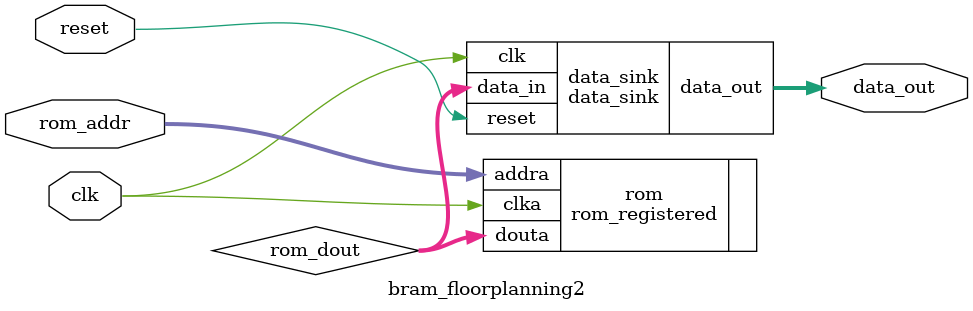
<source format=v>
`timescale 1ns / 100ps

module bram_floorplanning(input clk,reset,
                          input  [9:0] rom_addr,
                          output [31:0] data_out);
                
    wire [31:0] rom_dout;
    
    rom rom (
	    .clka(clk),
	    .addra(rom_addr),
	    .douta(rom_dout)); 
    
    data_sink data_sink (
        .clk(clk), 
        .reset(reset), 
        .data_in(rom_dout), 
        .data_out(data_out)); 

endmodule // bram_floorplanning


module data_sink(input clk,reset,
                 input [31:0] data_in,
                 output reg [31:0] data_out);

    reg [31:0] data_in_q;
    
    always @(posedge clk) begin
        if(reset) begin
            data_out   <= 'b0;
			data_in_q  <= 'b0;
		end
        else begin
            data_out   <= data_in_q;
            data_in_q  <= data_in;    
        end
    end

endmodule // data_sink





module bram_floorplanning2(input clk,reset,
                           input  [9:0] rom_addr,
                           output [31:0] data_out);
                
    wire [31:0] rom_dout;
    
    rom_registered rom (
	    .clka(clk),
	    .addra(rom_addr),
	    .douta(rom_dout)); 
    
    data_sink data_sink (
        .clk(clk), 
        .reset(reset), 
        .data_in(rom_dout), 
        .data_out(data_out)); 

endmodule // bram_floorplanning

</source>
